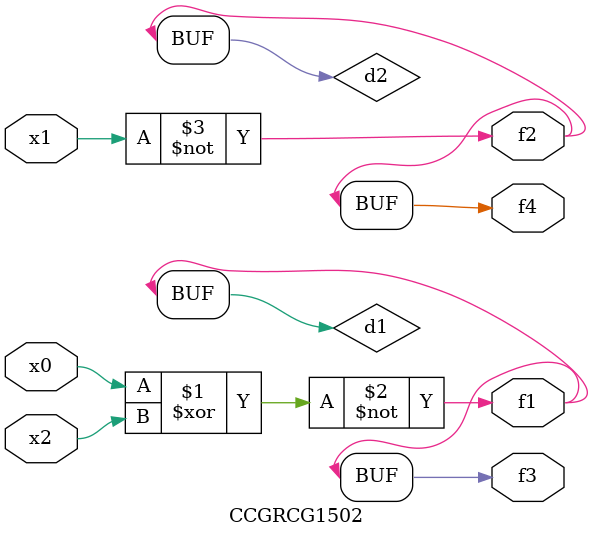
<source format=v>
module CCGRCG1502(
	input x0, x1, x2,
	output f1, f2, f3, f4
);

	wire d1, d2, d3;

	xnor (d1, x0, x2);
	nand (d2, x1);
	nor (d3, x1, x2);
	assign f1 = d1;
	assign f2 = d2;
	assign f3 = d1;
	assign f4 = d2;
endmodule

</source>
